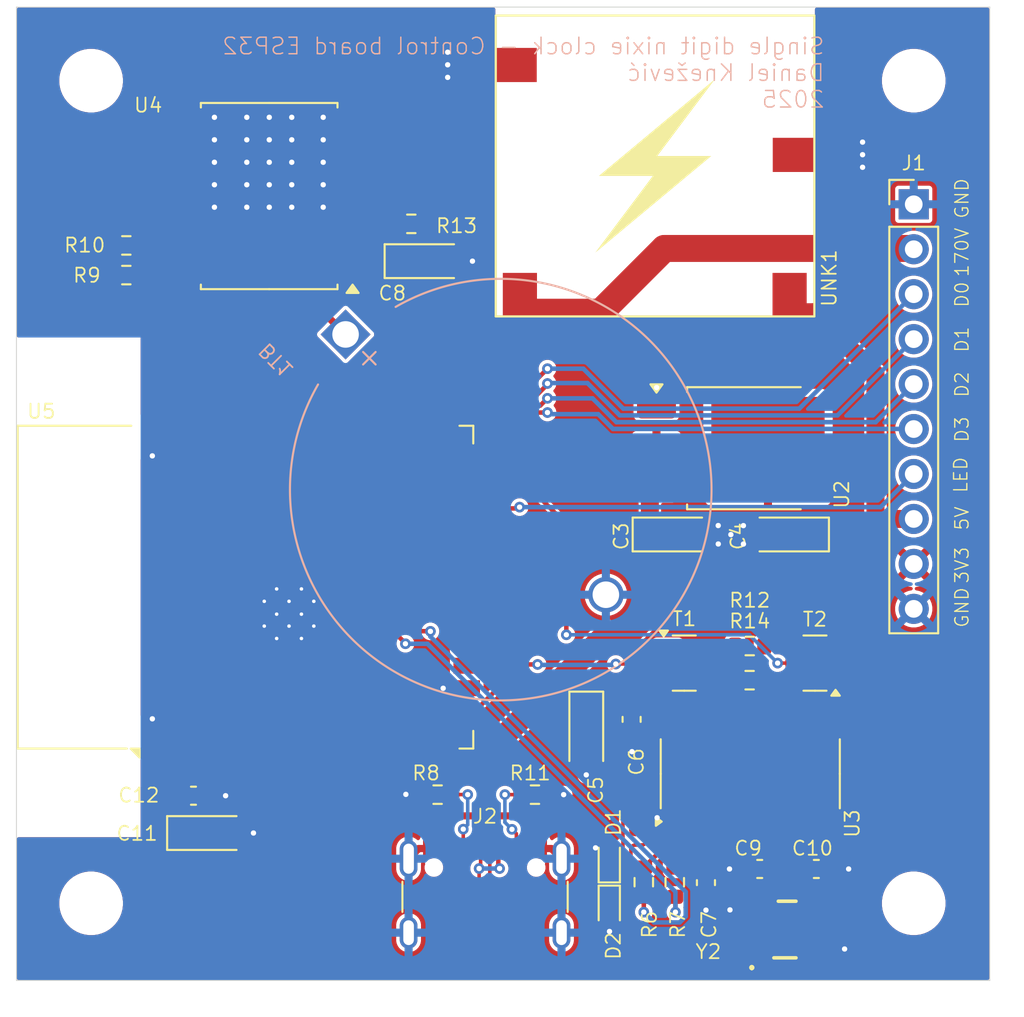
<source format=kicad_pcb>
(kicad_pcb (version 20241229) (generator "pcbnew") (generator_version "9.0")
  (layers (0 "F.Cu" signal) (2 "B.Cu" signal) (13 "F.Paste" user) (15 "B.Paste" user) (5 "F.SilkS" user "F.Silkscreen") (7 "B.SilkS" user "B.Silkscreen") (1 "F.Mask" user) (3 "B.Mask" user) (25 "Edge.Cuts" user))
  (net 0 "")
  (net 1 "GND")
  (net 2 "+5V")
  (net 3 "Net-(BT1-+)")
  (net 4 "/RGBLED")
  (net 5 "/D3")
  (net 6 "/D2")
  (net 7 "/D0")
  (net 8 "/D1")
  (net 9 "/IO0")
  (net 10 "/XI")
  (net 11 "/SCL")
  (net 12 "/XO")
  (net 13 "/D-")
  (net 14 "/SQW")
  (net 15 "/D+")
  (net 16 "VCC")
  (net 17 "+3V3")
  (net 18 "/SDA")
  (net 19 "Net-(J2-CC2)")
  (net 20 "Net-(U3-TXD)")
  (net 21 "Net-(U3-RXD)")
  (net 22 "Net-(T1-B)")
  (net 23 "Net-(T2-B)")
  (net 24 "Net-(T1-E)")
  (net 25 "/TX")
  (net 26 "/RX")
  (net 28 "/EN")
  (net 39 "Net-(J2-CC1)")
  (net 57 "Net-(T2-E)")
  (footprint "Capacitor_Tantalum_SMD:CP_EIA-3216-10_Kemet-I" (layer "F.Cu") (at 144.1275 91.8593)
    (property "Reference" "C8")
    (property "Value" "1u")
  )
  (footprint "Capacitor_Tantalum_SMD:CP_EIA-3216-10_Kemet-I" (layer "F.Cu") (at 153.2011 118.5036 -90)
    (property "Reference" "C5")
    (property "Value" "10u")
  )
  (footprint "Capacitor_SMD:C_0603_1608Metric" (layer "F.Cu") (at 155.7629 117.7504 -90)
    (property "Reference" "C6")
    (property "Value" "100n")
  )
  (footprint "Resistor_SMD:R_0603_1608Metric" (layer "F.Cu") (at 158.2011 126.9504 -90)
    (property "Reference" "R7")
    (property "Value" "470")
  )
  (footprint "Resistor_SMD:R_0603_1608Metric" (layer "F.Cu") (at 144.8011 122.0036 180)
    (property "Reference" "R8")
    (property "Value" "5k1")
  )
  (footprint "cristal:405I35D25M00000" (layer "F.Cu") (at 164.5507 129.6256)
    (property "Reference" "Y2")
    (property "Value" "12MHz" (hide yes))
  )
  (footprint "Resistor_SMD:R_0603_1608Metric" (layer "F.Cu") (at 156.4511 126.9504 -90)
    (property "Reference" "R6")
    (property "Value" "470")
  )
  (footprint "RF_Module:ESP32-WROOM-32D-no-keepout" (layer "F.Cu") (at 136.9355 110.2802 90)
    (property "Reference" "U5")
    (property "Value" "ESP32-WROOM-32D")
  )
  (footprint "Resistor_SMD:R_0603_1608Metric" (layer "F.Cu") (at 162.4375 113.606 180)
    (property "Reference" "R12")
    (property "Value" "12k")
  )
  (footprint "Resistor_SMD:R_0603_1608Metric" (layer "F.Cu") (at 150.3011 122.0036)
    (property "Reference" "R11")
    (property "Value" "5k1")
  )
  (footprint "Package_SO:SOIC-16W_7.5x10.3mm_P1.27mm" (layer "F.Cu") (at 135.2831 88.1806 180)
    (property "Reference" "U4")
    (property "Value" "DS3231M")
  )
  (footprint "Capacitor_SMD:C_0603_1608Metric" (layer "F.Cu") (at 131.0053 122.0642)
    (property "Reference" "C12")
    (property "Value" "100n")
  )
  (footprint "MountingHole:MountingHole_3.2mm_M3" (layer "F.Cu") (at 171.704 81.661)
    (property "Reference" "H1" (hide yes))
    (property "Value" "MountingHole")
  )
  (footprint "Resistor_SMD:R_0603_1608Metric" (layer "F.Cu") (at 143.3147 89.7511)
    (property "Reference" "R13")
    (property "Value" "4k7")
  )
  (footprint "MountingHole:MountingHole_3.2mm_M3" (layer "F.Cu") (at 125.222 128.143)
    (property "Reference" "H3" (hide yes))
    (property "Value" "MountingHole")
  )
  (footprint "Diode_SMD:D_SOD-523" (layer "F.Cu") (at 154.5011 128.4036 -90)
    (property "Reference" "D2")
    (property "Value" "ESD321")
  )
  (footprint "Package_TO_SOT_SMD:TO-252-3_TabPin2" (layer "F.Cu") (at 162.2077 102.4286)
    (property "Reference" "U2")
    (property "Value" "LM1117DT-3.3")
  )
  (footprint "Capacitor_SMD:C_0603_1608Metric" (layer "F.Cu") (at 159.9629 126.9754 90)
    (property "Reference" "C7")
    (property "Value" "100n")
  )
  (footprint "Resistor_SMD:R_0603_1608Metric" (layer "F.Cu") (at 127.2111 90.9703 180)
    (property "Reference" "R10")
    (property "Value" "4k7")
  )
  (footprint "Connector_PinHeader_2.54mm:PinHeader_1x10_P2.54mm_Vertical" (layer "F.Cu") (at 171.704 88.646)
    (property "Reference" "J1")
    (property "Value" "Conn_01x10_Pin")
  )
  (footprint "controlBoard:NCH8200HV" (layer "F.Cu") (at 157.1971 86.4896 180)
    (property "Reference" "UNK1")
    (property "Value" "NCH8200HV" (hide yes))
  )
  (footprint "Resistor_SMD:R_0603_1608Metric" (layer "F.Cu") (at 162.4309 115.5364)
    (property "Reference" "R14")
    (property "Value" "12k")
  )
  (footprint "Capacitor_Tantalum_SMD:CP_EIA-3216-10_Kemet-I" (layer "F.Cu") (at 131.8368 124.1724)
    (property "Reference" "C11")
    (property "Value" "10u")
  )
  (footprint "Capacitor_Tantalum_SMD:CP_EIA-3216-10_Kemet-I" (layer "F.Cu") (at 164.5927 107.3036 180)
    (property "Reference" "C4")
    (property "Value" "10u")
  )
  (footprint "Package_SO:SOIC-16_3.9x9.9mm_P1.27mm" (layer "F.Cu") (at 162.4679 120.8254 90)
    (property "Reference" "U3")
    (property "Value" "CH340G")
  )
  (footprint "Capacitor_SMD:C_0603_1608Metric" (layer "F.Cu") (at 163.0011 126.2036 180)
    (property "Reference" "C9")
    (property "Value" "22p")
  )
  (footprint "Capacitor_Tantalum_SMD:CP_EIA-3216-10_Kemet-I" (layer "F.Cu") (at 158.1427 107.3036)
    (property "Reference" "C3")
    (property "Value" "10u")
  )
  (footprint "MountingHole:MountingHole_3.2mm_M3" (layer "F.Cu") (at 125.222 81.661)
    (property "Reference" "H2" (hide yes))
    (property "Value" "MountingHole")
  )
  (footprint "Connector_USB:USB_C_Receptacle_GCT_USB4105-xx-A_16P_TopMnt_Horizontal" (layer "F.Cu") (at 147.4811 128.7286)
    (property "Reference" "J2")
    (property "Value" "USB_C_Receptacle_USB2.0_14P")
  )
  (footprint "Capacitor_SMD:C_0603_1608Metric" (layer "F.Cu") (at 166.2011 126.2036)
    (property "Reference" "C10")
    (property "Value" "22p")
  )
  (footprint "Package_TO_SOT_SMD:SOT-23" (layer "F.Cu") (at 166.1238 114.5712 180)
    (property "Reference" "T2")
    (property "Value" "BC847")
  )
  (footprint "Package_TO_SOT_SMD:SOT-23" (layer "F.Cu") (at 158.737 114.5712)
    (property "Reference" "T1")
    (property "Value" "BC847")
  )
  (footprint "MountingHole:MountingHole_3.2mm_M3" (layer "F.Cu") (at 171.704 128.143)
    (property "Reference" "H4" (hide yes))
    (property "Value" "MountingHole")
  )
  (footprint "Diode_SMD:D_SOD-523" (layer "F.Cu") (at 154.5011 125.7036 90)
    (property "Reference" "D1")
    (property "Value" "ESD321")
  )
  (footprint "Resistor_SMD:R_0603_1608Metric" (layer "F.Cu") (at 127.2111 92.6467 180)
    (property "Reference" "R9")
    (property "Value" "4k7")
  )
  (footprint "Battery:BatteryHolder_MYOUNG_BS-07-A1BJ001_CR2032" (layer "B.Cu") (at 139.6 96 -45)
    (property "Reference" "BT1")
    (property "Value" "Battery_Cell")
  )
  (gr_line (start 121.0011 77.5036) (end 121.0011 132.5036) (stroke (width 0.05)) (layer "Edge.Cuts"))
  (gr_line (start 176.0011 132.5036) (end 176.0011 77.5036) (stroke (width 0.05)) (layer "Edge.Cuts"))
  (gr_line (start 176.0011 77.5036) (end 121.0011 77.5036) (stroke (width 0.05)) (layer "Edge.Cuts"))
  (gr_line (start 121.0011 132.5036) (end 176.0011 132.5036) (stroke (width 0.05)) (layer "Edge.Cuts"))
  (gr_text "170V" (at 173.99 89.916 90) (layer "F.SilkS") (effects (font (size 0.75 0.75) (thickness 0.075)) (justify right top)))
  (gr_text "3V3" (at 173.99 107.95 90) (layer "F.SilkS") (effects (font (size 0.75 0.75) (thickness 0.075)) (justify right top)))
  (gr_text "LED" (at 173.9211 102.87 90) (layer "F.SilkS") (effects (font (size 0.75 0.75) (thickness 0.075)) (justify right top)))
  (gr_text "5V" (at 173.99 105.664 90) (layer "F.SilkS") (effects (font (size 0.75 0.75) (thickness 0.075)) (justify right top)))
  (gr_text "D3" (at 173.99 100.584 90) (layer "F.SilkS") (effects (font (size 0.75 0.75) (thickness 0.075)) (justify right top)))
  (gr_text "GND" (at 173.99 87.122 90) (layer "F.SilkS") (effects (font (size 0.75 0.75) (thickness 0.075)) (justify right top)))
  (gr_text "D2" (at 173.99 98.044 90) (layer "F.SilkS") (effects (font (size 0.75 0.75) (thickness 0.075)) (justify right top)))
  (gr_text "D1" (at 173.99 95.504 90) (layer "F.SilkS") (effects (font (size 0.75 0.75) (thickness 0.075)) (justify right top)))
  (gr_text "D0" (at 173.99 92.964 90) (layer "F.SilkS") (effects (font (size 0.75 0.75) (thickness 0.075)) (justify right top)))
  (gr_text "GND" (at 173.99 110.236 90) (layer "F.SilkS") (effects (font (size 0.75 0.75) (thickness 0.075)) (justify right top)))
  (gr_text "Single digit nixie clock - Control board ESP32\nDaniel Knežević\n2025" (at 166.7211 79.1636 0) (layer "B.SilkS") (effects (font (size 0.93472 0.93472) (thickness 0.08128)) (justify left top mirror)))
  (segment (start 166.4507 130.7256) (end 167.7969 130.7256) (width 0.6096) (layer "F.Cu") (net 1))
  (segment (start 162.2261 126.2036) (end 161.2953 126.2036) (width 0.6096) (layer "F.Cu") (net 1))
  (segment (start 158.0229 123.3004) (end 157.2135 123.3004) (width 0.6096) (layer "F.Cu") (net 1))
  (segment (start 143.7361 125.0486) (end 143.1611 125.6236) (width 0.4064) (layer "F.Cu") (net 1))
  (segment (start 143.9761 122.0036) (end 143.0221 122.0036) (width 0.6096) (layer "F.Cu") (net 1))
  (segment (start 157.1677 100.1486) (end 157.1677 99.01) (width 0.6096) (layer "F.Cu") (net 1))
  (segment (start 151.2261 125.0486) (end 151.8011 125.6236) (width 0.4064) (layer "F.Cu") (net 1))
  (segment (start 159.9737 128.5412) (end 159.9629 128.5304) (width 0.6096) (layer "F.Cu") (net 1))
  (segment (start 155.7629 118.5254) (end 155.7629 119.5552) (width 0.6096) (layer "F.Cu") (net 1))
  (segment (start 143.0221 122.0036) (end 143.0065 121.988) (width 0.6096) (layer "F.Cu") (net 1))
  (segment (start 162.6507 128.5256) (end 161.4567 128.5256) (width 0.6096) (layer "F.Cu") (net 1))
  (segment (start 128.6855 101.5302) (end 128.6855 102.8572) (width 0.6096) (layer "F.Cu") (net 1))
  (segment (start 153.7323 125.0036) (end 153.7253 125.0106) (width 0.6096) (layer "F.Cu") (net 1))
  (segment (start 157.1677 99.01) (end 157.1767 99.001) (width 0.6096) (layer "F.Cu") (net 1))
  (segment (start 154.5011 129.7234) (end 154.5127 129.735) (width 0.6096) (layer "F.Cu") (net 1))
  (segment (start 128.6855 119.0302) (end 128.6855 117.7254) (width 0.6096) (layer "F.Cu") (net 1))
  (segment (start 133.1893 124.1724) (end 134.3959 124.1724) (width 0.6096) (layer "F.Cu") (net 1))
  (segment (start 159.9629 127.7504) (end 159.9629 128.5304) (width 0.6096) (layer "F.Cu") (net 1))
  (segment (start 153.2011 119.8536) (end 153.2011 120.8866) (width 0.6096) (layer "F.Cu") (net 1))
  (segment (start 145.4775 91.8593) (end 146.7691 91.8593) (width 0.6096) (layer "F.Cu") (net 1))
  (segment (start 131.7803 122.0642) (end 132.8211 122.0642) (width 0.6096) (layer "F.Cu") (net 1))
  (segment (start 155.7629 119.5552) (end 155.7827 119.575) (width 0.6096) (layer "F.Cu") (net 1))
  (segment (start 128.6855 102.8572) (end 128.6809 102.8618) (width 0.6096) (layer "F.Cu") (net 1))
  (segment (start 166.9129 126.1404) (end 166.9761 126.2036) (width 0.2) (layer "F.Cu") (net 1))
  (segment (start 150.6811 125.0486) (end 151.2261 125.0486) (width 0.4064) (layer "F.Cu") (net 1))
  (segment (start 154.5011 125.0036) (end 153.7323 125.0036) (width 0.6096) (layer "F.Cu") (net 1))
  (segment (start 154.5011 129.1036) (end 154.5011 129.7234) (width 0.6096) (layer "F.Cu") (net 1))
  (segment (start 151.1261 122.0036) (end 151.9219 122.0036) (width 0.6096) (layer "F.Cu") (net 1))
  (segment (start 145.1181 115.9902) (end 145.1147 115.9936) (width 0.6096) (layer "F.Cu") (net 1))
  (segment (start 153.1919 120.8958) (end 153.2011 120.8866) (width 0.6096) (layer "F.Cu") (net 1))
  (segment (start 168.0247 126.2036) (end 168.0255 126.2044) (width 0.2) (layer "F.Cu") (net 1))
  (segment (start 157.2135 123.3004) (end 157.2051 123.3088) (width 0.6096) (layer "F.Cu") (net 1))
  (segment (start 166.9761 126.2036) (end 168.0247 126.2036) (width 0.6096) (layer "F.Cu") (net 1))
  (segment (start 128.6855 117.7254) (end 128.6809 117.7208) (width 0.6096) (layer "F.Cu") (net 1))
  (segment (start 161.2953 126.2036) (end 161.2945 126.2044) (width 0.6096) (layer "F.Cu") (net 1))
  (segment (start 146.4455 115.9902) (end 145.1181 115.9902) (width 0.6096) (layer "F.Cu") (net 1))
  (segment (start 144.2811 125.0486) (end 143.7361 125.0486) (width 0.4064) (layer "F.Cu") (net 1))
  (via (at 135.2883 87.5413) (size 0.6) (drill 0.3) (layers "F.Cu" "B.Cu") (net 1))
  (via (at 162.0789 106.802) (size 0.6) (drill 0.3) (layers "F.Cu" "B.Cu") (net 1))
  (via (at 151.9219 122.0036) (size 0.6) (drill 0.3) (layers "F.Cu" "B.Cu") (net 1))
  (via (at 145.3687 81.475) (size 0.6) (drill 0.3) (layers "F.Cu" "B.Cu") (net 1))
  (via (at 168.8129 85.8438) (size 0.6) (drill 0.3) (layers "F.Cu" "B.Cu") (net 1))
  (via (at 128.6809 117.7208) (size 0.6) (drill 0.3) (layers "F.Cu" "B.Cu") (net 1))
  (via (at 160.6595 107.8402) (size 0.6) (drill 0.3) (layers "F.Cu" "B.Cu") (net 1))
  (via (at 135.2883 88.8113) (size 0.6) (drill 0.3) (layers "F.Cu" "B.Cu") (net 1))
  (via (at 138.3363 86.2713) (size 0.6) (drill 0.3) (layers "F.Cu" "B.Cu") (net 1))
  (via (at 134.3959 124.1724) (size 0.6) (drill 0.3) (layers "F.Cu" "B.Cu") (net 1))
  (via (at 143.0065 121.988) (size 0.6) (drill 0.3) (layers "F.Cu" "B.Cu") (net 1))
  (via (at 162.0819 107.8434) (size 0.6) (drill 0.3) (layers "F.Cu" "B.Cu") (net 1))
  (via (at 128.6809 102.8618) (size 0.6) (drill 0.3) (layers "F.Cu" "B.Cu") (net 1))
  (via (at 136.5583 87.5413) (size 0.6) (drill 0.3) (layers "F.Cu" "B.Cu") (net 1))
  (via (at 157.1767 99.001) (size 0.6) (drill 0.3) (layers "F.Cu" "B.Cu") (net 1))
  (via (at 145.1147 115.9936) (size 0.6) (drill 0.3) (layers "F.Cu" "B.Cu") (net 1))
  (via (at 157.2051 123.3088) (size 0.6) (drill 0.3) (layers "F.Cu" "B.Cu") (net 1))
  (via (at 145.3687 80.0526) (size 0.6) (drill 0.3) (layers "F.Cu" "B.Cu") (net 1))
  (via (at 155.7827 119.575) (size 0.6) (drill 0.3) (layers "F.Cu" "B.Cu") (net 1))
  (via (at 153.2011 120.8866) (size 0.6) (drill 0.3) (layers "F.Cu" "B.Cu") (net 1))
  (via (at 160.6565 106.7988) (size 0.6) (drill 0.3) (layers "F.Cu" "B.Cu") (net 1))
  (via (at 159.9629 128.5304) (size 0.6) (drill 0.3) (layers "F.Cu" "B.Cu") (net 1))
  (via (at 136.5583 83.7313) (size 0.6) (drill 0.3) (layers "F.Cu" "B.Cu") (net 1))
  (via (at 135.2883 86.2713) (size 0.6) (drill 0.3) (layers "F.Cu" "B.Cu") (net 1))
  (via (at 153.7253 125.0106) (size 0.6) (drill 0.3) (layers "F.Cu" "B.Cu") (net 1))
  (via (at 154.5127 129.735) (size 0.6) (drill 0.3) (layers "F.Cu" "B.Cu") (net 1))
  (via (at 134.0183 85.0013) (size 0.6) (drill 0.3) (layers "F.Cu" "B.Cu") (net 1))
  (via (at 161.2945 126.2044) (size 0.6) (drill 0.3) (layers "F.Cu" "B.Cu") (net 1))
  (via (at 167.7969 130.7256) (size 0.6) (drill 0.3) (layers "F.Cu" "B.Cu") (net 1))
  (via (at 135.2883 83.7313) (size 0.6) (drill 0.3) (layers "F.Cu" "B.Cu") (net 1))
  (via (at 136.5583 86.2713) (size 0.6) (drill 0.3) (layers "F.Cu" "B.Cu") (net 1))
  (via (at 132.1895 83.7313) (size 0.6) (drill 0.3) (layers "F.Cu" "B.Cu") (net 1))
  (via (at 132.1895 87.5413) (size 0.6) (drill 0.3) (layers "F.Cu" "B.Cu") (net 1))
  (via (at 168.8129 85.1326) (size 0.6) (drill 0.3) (layers "F.Cu" "B.Cu") (net 1))
  (via (at 138.3363 85.0013) (size 0.6) (drill 0.3) (layers "F.Cu" "B.Cu") (net 1))
  (via (at 138.3363 88.8113) (size 0.6) (drill 0.3) (layers "F.Cu" "B.Cu") (net 1))
  (via (at 145.3687 80.7638) (size 0.6) (drill 0.3) (layers "F.Cu" "B.Cu") (net 1))
  (via (at 134.0183 88.8113) (size 0.6) (drill 0.3) (layers "F.Cu" "B.Cu") (net 1))
  (via (at 161.3199 128.5158) (size 0.6) (drill 0.3) (layers "F.Cu" "B.Cu") (net 1))
  (via (at 136.5583 85.0013) (size 0.6) (drill 0.3) (layers "F.Cu" "B.Cu") (net 1))
  (via (at 161.3707 107.31) (size 0.6) (drill 0.3) (layers "F.Cu" "B.Cu") (net 1))
  (via (at 134.0183 87.5413) (size 0.6) (drill 0.3) (layers "F.Cu" "B.Cu") (net 1))
  (via (at 134.0183 86.2713) (size 0.6) (drill 0.3) (layers "F.Cu" "B.Cu") (net 1))
  (via (at 136.5583 88.8113) (size 0.6) (drill 0.3) (layers "F.Cu" "B.Cu") (net 1))
  (via (at 146.7691 91.8593) (size 0.6) (drill 0.3) (layers "F.Cu" "B.Cu") (net 1))
  (via (at 132.1895 88.8113) (size 0.6) (drill 0.3) (layers "F.Cu" "B.Cu") (net 1))
  (via (at 135.2883 85.0013) (size 0.6) (drill 0.3) (layers "F.Cu" "B.Cu") (net 1))
  (via (at 132.1895 86.2713) (size 0.6) (drill 0.3) (layers "F.Cu" "B.Cu") (net 1))
  (via (at 138.3363 87.5413) (size 0.6) (drill 0.3) (layers "F.Cu" "B.Cu") (net 1))
  (via (at 168.0255 126.2044) (size 0.6) (drill 0.3) (layers "F.Cu" "B.Cu") (net 1))
  (via (at 138.3363 83.7313) (size 0.6) (drill 0.3) (layers "F.Cu" "B.Cu") (net 1))
  (via (at 132.1895 85.0013) (size 0.6) (drill 0.3) (layers "F.Cu" "B.Cu") (net 1))
  (via (at 168.8129 86.555) (size 0.6) (drill 0.3) (layers "F.Cu" "B.Cu") (net 1))
  (via (at 134.0183 83.7313) (size 0.6) (drill 0.3) (layers "F.Cu" "B.Cu") (net 1))
  (via (at 132.8211 122.0642) (size 0.6) (drill 0.3) (layers "F.Cu" "B.Cu") (net 1))
  (segment (start 145.1 125.07) (end 145.1 123.6047) (width 0.4) (layer "F.Cu") (net 2))
  (segment (start 149.9 123.6025) (end 149.9 125.07) (width 0.4) (layer "F.Cu") (net 2))
  (segment (start 147.5011 123.0036) (end 147.5011 119.754) (width 0.8128) (layer "F.Cu") (net 2))
  (segment (start 155.8843 112.8694) (end 156.803583 111.950117) (width 1.016) (layer "F.Cu") (net 2))
  (segment (start 156.7927 107.3036) (end 156.7927 105.0836) (width 1.016) (layer "F.Cu") (net 2))
  (segment (start 169.5413 106.426) (end 169.5413 98.2438) (width 1.016) (layer "F.Cu") (net 2))
  (segment (start 156.803583 111.950117) (end 156.803583 110.5834) (width 1.016) (layer "F.Cu") (net 2))
  (segment (start 145.1 123.6047) (end 145.5011 123.2036) (width 0.4) (layer "F.Cu") (net 2))
  (segment (start 156.803583 110.5834) (end 166.0951 110.5834) (width 1.016) (layer "F.Cu") (net 2))
  (segment (start 156.7927 110.572517) (end 156.7927 107.3036) (width 1.016) (layer "F.Cu") (net 2))
  (segment (start 169.5413 98.2438) (end 166.0421 94.7446) (width 1.016) (layer "F.Cu") (net 2))
  (segment (start 169.5413 107.1372) (end 169.5413 106.426) (width 1.016) (layer "F.Cu") (net 2))
  (segment (start 147.5011 119.754) (end 154.3857 112.8694) (width 1.27) (layer "F.Cu") (net 2))
  (segment (start 149.8651 124.6296) (end 149.7651 124.6296) (width 0.254) (layer "F.Cu") (net 2))
  (segment (start 169.5413 106.426) (end 171.704 106.426) (width 1.016) (layer "F.Cu") (net 2))
  (segment (start 145.5011 123.2036) (end 149.5011 123.2036) (width 0.4) (layer "F.Cu") (net 2))
  (segment (start 154.3857 112.8694) (end 155.8843 112.8694) (width 1.016) (layer "F.Cu") (net 2))
  (segment (start 149.5011 123.2036) (end 149.9 123.6025) (width 0.4) (layer "F.Cu") (net 2))
  (segment (start 166.0951 110.5834) (end 169.5413 107.1372) (width 1.016) (layer "F.Cu") (net 2))
  (segment (start 166.0421 94.7446) (end 164.6901 94.7446) (width 1.016) (layer "F.Cu") (net 2))
  (segment (start 156.7927 110.572517) (end 156.803583 110.5834) (width 1.016) (layer "F.Cu") (net 2))
  (segment (start 156.7927 105.0836) (end 157.1677 104.7086) (width 0.2) (layer "F.Cu") (net 2))
  (segment (start 130.6331 90.0856) (end 133.6856 90.0856) (width 0.4064) (layer "F.Cu") (net 3))
  (segment (start 133.6856 90.0856) (end 139.6 96) (width 0.4064) (layer "F.Cu") (net 3))
  (segment (start 149.3599 105.8302) (end 149.4327 105.7574) (width 0.254) (layer "F.Cu") (net 4))
  (segment (start 146.4455 105.8302) (end 149.3599 105.8302) (width 0.254) (layer "F.Cu") (net 4))
  (via (at 149.4327 105.7574) (size 0.6) (drill 0.3) (layers "F.Cu" "B.Cu") (net 4))
  (segment (start 171.704 103.886) (end 169.8326 105.7574) (width 0.254) (layer "B.Cu") (net 4))
  (segment (start 169.8326 105.7574) (end 149.4327 105.7574) (width 0.254) (layer "B.Cu") (net 4))
  (segment (start 142.9303 100.413356) (end 142.6555 100.688156) (width 0.254) (layer "F.Cu") (net 5))
  (segment (start 142.6555 100.688156) (end 142.6555 101.5302) (width 0.254) (layer "F.Cu") (net 5))
  (segment (start 151.00697 100.413356) (end 142.9303 100.413356) (width 0.254) (layer "F.Cu") (net 5))
  (via (at 151.0075 100.413356) (size 0.6) (drill 0.3) (layers "F.Cu" "B.Cu") (net 5))
  (segment (start 171.704 101.346) (end 171.6958 101.3378) (width 0.254) (layer "B.Cu") (net 5))
  (segment (start 151.097214 100.5036) (end 151.00697 100.413356) (width 0.254) (layer "B.Cu") (net 5))
  (segment (start 171.6958 101.3378) (end 154.7066 101.3378) (width 0.254) (layer "B.Cu") (net 5))
  (segment (start 154.7066 101.3378) (end 153.8724 100.5036) (width 0.254) (layer "B.Cu") (net 5))
  (segment (start 153.8724 100.5036) (end 151.097214 100.5036) (width 0.254) (layer "B.Cu") (net 5))
  (segment (start 142.0413 100.017) (end 141.3855 100.6728) (width 0.254) (layer "F.Cu") (net 6))
  (segment (start 151.0075 99.6106) (end 150.6011 100.017) (width 0.254) (layer "F.Cu") (net 6))
  (segment (start 141.3855 100.6728) (end 141.3855 101.5302) (width 0.254) (layer "F.Cu") (net 6))
  (segment (start 150.6011 100.017) (end 142.0413 100.017) (width 0.254) (layer "F.Cu") (net 6))
  (via (at 151.0075 99.6106) (size 0.6) (drill 0.3) (layers "F.Cu" "B.Cu") (net 6))
  (segment (start 169.5542 100.9558) (end 171.704 98.806) (width 0.254) (layer "B.Cu") (net 6))
  (segment (start 153.55555 99.6106) (end 154.90075 100.9558) (width 0.254) (layer "B.Cu") (net 6))
  (segment (start 154.90075 100.9558) (end 169.5542 100.9558) (width 0.254) (layer "B.Cu") (net 6))
  (segment (start 151.0075 99.6106) (end 153.55555 99.6106) (width 0.254) (layer "B.Cu") (net 6))
  (segment (start 151.005653 98.0358) (end 150.9059 98.0358) (width 0.254) (layer "F.Cu") (net 7))
  (segment (start 151.0075 98.0358) (end 151.005653 98.0358) (width 0.2) (layer "F.Cu") (net 7))
  (segment (start 139.0187 99.255) (end 137.5755 100.6982) (width 0.254) (layer "F.Cu") (net 7))
  (segment (start 149.6867 99.255) (end 139.0187 99.255) (width 0.254) (layer "F.Cu") (net 7))
  (segment (start 150.9059 98.0358) (end 149.6867 99.255) (width 0.254) (layer "F.Cu") (net 7))
  (segment (start 137.5755 100.6982) (end 137.5755 101.5302) (width 0.254) (layer "F.Cu") (net 7))
  (via (at 151.0075 97.9342) (size 0.6) (drill 0.3) (layers "F.Cu" "B.Cu") (net 7))
  (segment (start 153.03145 97.9342) (end 155.28905 100.1918) (width 0.254) (layer "B.Cu") (net 7))
  (segment (start 155.28905 100.1918) (end 165.2382 100.1918) (width 0.254) (layer "B.Cu") (net 7))
  (segment (start 165.2382 100.1918) (end 171.704 93.726) (width 0.254) (layer "B.Cu") (net 7))
  (segment (start 151.0075 97.9342) (end 153.03145 97.9342) (width 0.254) (layer "B.Cu") (net 7))
  (segment (start 151.0075 98.8232) (end 151.0075 98.7724) (width 0.254) (layer "F.Cu") (net 8))
  (segment (start 139.9077 99.636) (end 150.1947 99.636) (width 0.254) (layer "F.Cu") (net 8))
  (segment (start 138.8455 101.5302) (end 138.8455 100.6982) (width 0.254) (layer "F.Cu") (net 8))
  (segment (start 138.8455 100.6982) (end 139.9077 99.636) (width 0.254) (layer "F.Cu") (net 8))
  (segment (start 150.1947 99.636) (end 151.0075 98.8232) (width 0.254) (layer "F.Cu") (net 8))
  (via (at 151.0075 98.7724) (size 0.6) (drill 0.3) (layers "F.Cu" "B.Cu") (net 8))
  (segment (start 155.0949 100.5738) (end 167.3962 100.5738) (width 0.254) (layer "B.Cu") (net 8))
  (segment (start 151.0075 98.7724) (end 151.0329 98.747) (width 0.254) (layer "B.Cu") (net 8))
  (segment (start 153.2681 98.747) (end 155.0949 100.5738) (width 0.254) (layer "B.Cu") (net 8))
  (segment (start 167.3962 100.5738) (end 171.704 96.266) (width 0.254) (layer "B.Cu") (net 8))
  (segment (start 151.0329 98.747) (end 153.2681 98.747) (width 0.254) (layer "B.Cu") (net 8))
  (segment (start 152.0743 112.971) (end 152.0743 106.7226) (width 0.254) (layer "F.Cu") (net 9))
  (segment (start 165.1863 114.5712) (end 164.0123 114.5712) (width 0.2) (layer "F.Cu") (net 9))
  (segment (start 152.0743 106.7226) (end 146.8819 101.5302) (width 0.254) (layer "F.Cu") (net 9))
  (segment (start 146.8819 101.5302) (end 145.1955 101.5302) (width 0.254) (layer "F.Cu") (net 9))
  (via (at 164.0123 114.5712) (size 0.6) (drill 0.3) (layers "F.Cu" "B.Cu") (net 9))
  (via (at 152.0743 112.971) (size 0.6) (drill 0.3) (layers "F.Cu" "B.Cu") (net 9))
  (segment (start 152.0743 112.971) (end 162.4121 112.971) (width 0.2) (layer "B.Cu") (net 9))
  (segment (start 162.4121 112.971) (end 164.0123 114.5712) (width 0.2) (layer "B.Cu") (net 9))
  (segment (start 162.6507 130.7256) (end 163.5551 130.7256) (width 0.254) (layer "F.Cu") (net 10))
  (segment (start 163.5551 130.7256) (end 164.5011 129.7796) (width 0.254) (layer "F.Cu") (net 10))
  (segment (start 163.8011 126.2036) (end 163.7761 126.2036) (width 0.2) (layer "F.Cu") (net 10))
  (segment (start 164.5011 126.9286) (end 163.7761 126.2036) (width 0.254) (layer "F.Cu") (net 10))
  (segment (start 164.5011 129.7796) (end 164.5011 126.9286) (width 0.254) (layer "F.Cu") (net 10))
  (segment (start 165.6429 124.3618) (end 163.8011 126.2036) (width 0.254) (layer "F.Cu") (net 10))
  (segment (start 165.6429 123.3004) (end 165.6429 124.3618) (width 0.2) (layer "F.Cu") (net 10))
  (segment (start 128.0361 92.6467) (end 130.612 92.6467) (width 0.254) (layer "F.Cu") (net 11))
  (segment (start 129.9555 92.6256) (end 130.6331 92.6256) (width 0.254) (layer "F.Cu") (net 11))
  (segment (start 129.9555 101.5302) (end 129.9555 92.6256) (width 0.254) (layer "F.Cu") (net 11))
  (segment (start 130.612 92.6467) (end 130.6331 92.6256) (width 0.254) (layer "F.Cu") (net 11))
  (segment (start 166.795 124.091) (end 166.795 123.357) (width 0.254) (layer "F.Cu") (net 12))
  (segment (start 165.4261 127.1612) (end 166.4129 128.148) (width 0.254) (layer "F.Cu") (net 12))
  (segment (start 166.9129 124.7168) (end 165.4261 126.2036) (width 0.254) (layer "F.Cu") (net 12))
  (segment (start 165.4261 126.2036) (end 165.4261 127.1612) (width 0.254) (layer "F.Cu") (net 12))
  (segment (start 166.9129 123.3004) (end 166.9129 124.7168) (width 0.254) (layer "F.Cu") (net 12))
  (segment (start 153.1079 126.8286) (end 153.551099 126.8286) (width 0.2) (layer "F.Cu") (net 13))
  (segment (start 153.551099 126.8286) (end 153.976099 126.4036) (width 0.2) (layer "F.Cu") (net 13))
  (segment (start 150.514202 127.416508) (end 150.514202 127.363306) (width 0.2) (layer "F.Cu") (net 13))
  (segment (start 147.7311 124.4336) (end 147.7311 125.0486) (width 0.2) (layer "F.Cu") (net 13))
  (segment (start 164.3729 122.8754) (end 164.3729 123.3004) (width 0.2) (layer "F.Cu") (net 13))
  (segment (start 147.001101 124.2036) (end 147.5011 124.2036) (width 0.2) (layer "F.Cu") (net 13))
  (segment (start 147.75 126.7843) (end 148.622208 127.656508) (width 0.2) (layer "F.Cu") (net 13))
  (segment (start 150.754202 127.123306) (end 150.874202 127.123306) (width 0.2) (layer "F.Cu") (net 13))
  (segment (start 151.474202 127.656508) (end 151.977967 127.656508) (width 0.2) (layer "F.Cu") (net 13))
  (segment (start 155.273704 123.212796) (end 155.425383 123.061117) (width 0.2) (layer "F.Cu") (net 13))
  (segment (start 148.622208 127.656508) (end 150.274202 127.656508) (width 0.2) (layer "F.Cu") (net 13))
  (segment (start 156.189061 122.297442) (end 156.273913 122.212588) (width 0.2) (layer "F.Cu") (net 13))
  (segment (start 155.425384 122.721705) (end 155.408628 122.704949) (width 0.2) (layer "F.Cu") (net 13))
  (segment (start 154.5011 126.4036) (end 155.164703 126.4036) (width 0.2) (layer "F.Cu") (net 13))
  (segment (start 151.114202 127.363306) (end 151.114202 127.416508) (width 0.2) (layer "F.Cu") (net 13))
  (segment (start 162.6761 121.1786) (end 164.3729 122.8754) (width 0.2) (layer "F.Cu") (net 13))
  (segment (start 152.279992 127.656508) (end 153.1079 126.8286) (width 0.2) (layer "F.Cu") (net 13))
  (segment (start 155.164703 126.4036) (end 155.273704 126.294599) (width 0.2) (layer "F.Cu") (net 13))
  (segment (start 147.75 125.07) (end 147.75 126.7843) (width 0.2) (layer "F.Cu") (net 13))
  (segment (start 147.5011 124.2036) (end 147.7311 124.4336) (width 0.2) (layer "F.Cu") (net 13))
  (segment (start 156.273913 122.212588) (end 156.733532 121.752967) (width 0.2) (layer "F.Cu") (net 13))
  (segment (start 155.273704 126.294599) (end 155.273704 123.212796) (width 0.2) (layer "F.Cu") (net 13))
  (segment (start 157.3079 121.1786) (end 162.6761 121.1786) (width 0.2) (layer "F.Cu") (net 13))
  (segment (start 151.354202 127.656508) (end 151.474202 127.656508) (width 0.2) (layer "F.Cu") (net 13))
  (segment (start 155.832892 122.280686) (end 155.849649 122.297443) (width 0.2) (layer "F.Cu") (net 13))
  (segment (start 155.408627 122.365539) (end 155.493482 122.280685) (width 0.2) (layer "F.Cu") (net 13))
  (segment (start 146.7311 125.0486) (end 146.7311 124.473601) (width 0.2) (layer "F.Cu") (net 13))
  (segment (start 146.7311 124.473601) (end 147.001101 124.2036) (width 0.2) (layer "F.Cu") (net 13))
  (segment (start 153.976099 126.4036) (end 154.5011 126.4036) (width 0.2) (layer "F.Cu") (net 13))
  (segment (start 151.977967 127.656508) (end 152.279992 127.656508) (width 0.2) (layer "F.Cu") (net 13))
  (segment (start 156.830677 121.655823) (end 157.3079 121.1786) (width 0.2) (layer "F.Cu") (net 13))
  (segment (start 156.733532 121.752967) (end 156.830677 121.655823) (width 0.2) (layer "F.Cu") (net 13))
  (arc (start 155.425383 123.061117) (mid 155.495678 122.891411) (end 155.425384 122.721705) (width 0.2) (layer "F.Cu") (net 13))
  (arc (start 155.849649 122.297443) (mid 156.019354 122.367738) (end 156.189061 122.297442) (width 0.2) (layer "F.Cu") (net 13))
  (arc (start 151.114202 127.416508) (mid 151.184496 127.586214) (end 151.354202 127.656508) (width 0.2) (layer "F.Cu") (net 13))
  (arc (start 150.274202 127.656508) (mid 150.443908 127.586214) (end 150.514202 127.416508) (width 0.2) (layer "F.Cu") (net 13))
  (arc (start 150.514202 127.363306) (mid 150.584496 127.1936) (end 150.754202 127.123306) (width 0.2) (layer "F.Cu") (net 13))
  (arc (start 155.493482 122.280685) (mid 155.663187 122.210391) (end 155.832892 122.280686) (width 0.2) (layer "F.Cu") (net 13))
  (arc (start 155.408628 122.704949) (mid 155.338334 122.535243) (end 155.408627 122.365539) (width 0.2) (layer "F.Cu") (net 13))
  (arc (start 150.874202 127.123306) (mid 151.043908 127.1936) (end 151.114202 127.363306) (width 0.2) (layer "F.Cu") (net 13))
  (segment (start 137.9347 91.059) (end 137.3169 91.676801) (width 0.254) (layer "F.Cu") (net 14))
  (segment (start 135.0355 100.4026) (end 135.0355 101.5302) (width 0.254) (layer "F.Cu") (net 14))
  (segment (start 139.9331 90.0856) (end 142.1552 90.0856) (width 0.254) (layer "F.Cu") (net 14))
  (segment (start 139.594676 97.8834) (end 141.342214 96.135862) (width 0.254) (layer "F.Cu") (net 14))
  (segment (start 141.342214 96.135862) (end 141.342214 95.702115) (width 0.254) (layer "F.Cu") (net 14))
  (segment (start 135.0309 100.398) (end 135.0355 100.4026) (width 0.254) (layer "F.Cu") (net 14))
  (segment (start 139.9331 90.0856) (end 138.908101 90.0856) (width 0.254) (layer "F.Cu") (net 14))
  (segment (start 137.5455 97.8834) (end 135.0309 100.398) (width 0.254) (layer "F.Cu") (net 14))
  (segment (start 138.908101 90.0856) (end 137.9347 91.059) (width 0.254) (layer "F.Cu") (net 14))
  (segment (start 141.342214 95.702115) (end 137.3169 91.676801) (width 0.254) (layer "F.Cu") (net 14))
  (segment (start 142.1552 90.0856) (end 142.4897 89.7511) (width 0.254) (layer "F.Cu") (net 14))
  (segment (start 137.5455 97.8834) (end 139.594676 97.8834) (width 0.254) (layer "F.Cu") (net 14))
  (segment (start 147.0705 126.1028) (end 146.9943 126.1028) (width 0.2) (layer "F.Cu") (net 15))
  (segment (start 147.1467 126.179) (end 147.0705 126.1028) (width 0.2) (layer "F.Cu") (net 15))
  (segment (start 150.846637 128.346508) (end 150.846637 128.503005) (width 0.2) (layer "F.Cu") (net 15))
  (segment (start 150.006637 128.106508) (end 149.886637 128.106508) (width 0.2) (layer "F.Cu") (net 15))
  (segment (start 154.5011 127.7036) (end 155.723704 126.480996) (width 0.2) (layer "F.Cu") (net 15))
  (segment (start 148.3024 126.1409) (end 148.2311 126.0696) (width 0.254) (layer "F.Cu") (net 15))
  (segment (start 147.1467 126.179) (end 147.1467 126.0266) (width 0.254) (layer "F.Cu") (net 15))
  (segment (start 150.606637 128.743005) (end 150.486637 128.743005) (width 0.2) (layer "F.Cu") (net 15))
  (segment (start 148.2311 126.0696) (end 148.2311 125.0486) (width 0.254) (layer "F.Cu") (net 15))
  (segment (start 155.723704 124.011214) (end 155.723704 123.891214) (width 0.2) (layer "F.Cu") (net 15))
  (segment (start 148.435808 128.106508) (end 147.1467 126.8174) (width 0.2) (layer "F.Cu") (net 15))
  (segment (start 148.3024 126.179) (end 148.3024 126.1409) (width 0.254) (layer "F.Cu") (net 15))
  (segment (start 157.4943 121.6286) (end 162.4261 121.6286) (width 0.2) (layer "F.Cu") (net 15))
  (segment (start 153.976099 127.7036) (end 153.551099 127.2786) (width 0.2) (layer "F.Cu") (net 15))
  (segment (start 156.580319 124.611214) (end 156.580319 124.491214) (width 0.2) (layer "F.Cu") (net 15))
  (segment (start 156.340319 124.251214) (end 155.963704 124.251214) (width 0.2) (layer "F.Cu") (net 15))
  (segment (start 155.723704 126.480996) (end 155.723704 125.091214) (width 0.2) (layer "F.Cu") (net 15))
  (segment (start 155.963704 124.851214) (end 156.340319 124.851214) (width 0.2) (layer "F.Cu") (net 15))
  (segment (start 162.4261 121.6286) (end 163.1029 122.3054) (width 0.2) (layer "F.Cu") (net 15))
  (segment (start 155.723704 123.399196) (end 156.679537 122.443363) (width 0.2) (layer "F.Cu") (net 15))
  (segment (start 152.466392 128.106508) (end 151.086637 128.106508) (width 0.2) (layer "F.Cu") (net 15))
  (segment (start 153.2943 127.2786) (end 152.466392 128.106508) (width 0.2) (layer "F.Cu") (net 15))
  (segment (start 150.246637 128.503005) (end 150.246637 128.346508) (width 0.2) (layer "F.Cu") (net 15))
  (segment (start 153.551099 127.2786) (end 153.2943 127.2786) (width 0.2) (layer "F.Cu") (net 15))
  (segment (start 154.5011 127.7036) (end 153.976099 127.7036) (width 0.2) (layer "F.Cu") (net 15))
  (segment (start 156.679537 122.443363) (end 157.4943 121.6286) (width 0.2) (layer "F.Cu") (net 15))
  (segment (start 149.226565 128.106508) (end 148.435808 128.106508) (width 0.2) (layer "F.Cu") (net 15))
  (segment (start 155.723704 123.891214) (end 155.723704 123.399196) (width 0.2) (layer "F.Cu") (net 15))
  (segment (start 147.1467 126.179) (end 147.079701 126.112001) (width 0.2) (layer "F.Cu") (net 15))
  (segment (start 147.2311 125.9422) (end 147.2311 125.0486) (width 0.2) (layer "F.Cu") (net 15))
  (segment (start 163.1029 122.3054) (end 163.1029 123.3004) (width 0.2) (layer "F.Cu") (net 15))
  (segment (start 147.079701 126.112001) (end 147.079701 126.1028) (width 0.2) (layer "F.Cu") (net 15))
  (segment (start 149.886637 128.106508) (end 149.226565 128.106508) (width 0.2) (layer "F.Cu") (net 15))
  (segment (start 147.1467 126.8174) (end 147.1467 126.085801) (width 0.2) (layer "F.Cu") (net 15))
  (via (at 147.1467 126.179) (size 0.6) (drill 0.3) (layers "F.Cu" "B.Cu") (net 15))
  (via (at 148.3024 126.179) (size 0.6) (drill 0.3) (layers "F.Cu" "B.Cu") (net 15))
  (arc (start 156.580319 124.491214) (mid 156.510025 124.321508) (end 156.340319 124.251214) (width 0.2) (layer "F.Cu") (net 15))
  (arc (start 155.963704 124.251214) (mid 155.793998 124.18092) (end 155.723704 124.011214) (width 0.2) (layer "F.Cu") (net 15))
  (arc (start 150.486637 128.743005) (mid 150.316931 128.672711) (end 150.246637 128.503005) (width 0.2) (layer "F.Cu") (net 15))
  (arc (start 151.086637 128.106508) (mid 150.916931 128.176802) (end 150.846637 128.346508) (width 0.2) (layer "F.Cu") (net 15))
  (arc (start 150.846637 128.503005) (mid 150.776343 128.672711) (end 150.606637 128.743005) (width 0.2) (layer "F.Cu") (net 15))
  (arc (start 155.723704 125.091214) (mid 155.793998 124.921508) (end 155.963704 124.851214) (width 0.2) (layer "F.Cu") (net 15))
  (arc (start 150.246637 128.346508) (mid 150.176343 128.176802) (end 150.006637 128.106508) (width 0.2) (layer "F.Cu") (net 15))
  (arc (start 156.340319 124.851214) (mid 156.510025 124.78092) (end 156.580319 124.611214) (width 0.2) (layer "F.Cu") (net 15))
  (segment (start 147.1467 126.179) (end 148.3024 126.179) (width 0.254) (layer "B.Cu") (net 15))
  (segment (start 157.6131 91.1416) (end 171.6596 91.1416) (width 1.524) (layer "F.Cu") (net 16))
  (segment (start 154.0101 94.7446) (end 157.6131 91.1416) (width 1.524) (layer "F.Cu") (net 16))
  (segment (start 171.6596 91.1416) (end 171.704 91.186) (width 1.524) (layer "F.Cu") (net 16))
  (segment (start 149.4501 94.7446) (end 154.0101 94.7446) (width 1.524) (layer "F.Cu") (net 16))
  (segment (start 161.8011 125.0036) (end 160.7964 125.0036) (width 0.254) (layer "F.Cu") (net 17))
  (segment (start 165.9427 104.7536) (end 165.1427 103.9536) (width 0.2) (layer "F.Cu") (net 17))
  (segment (start 161.8011 125.0036) (end 161.8329 124.9718) (width 0.254) (layer "F.Cu") (net 17))
  (segment (start 161.8329 124.9718) (end 161.8329 123.4749) (width 0.254) (layer "F.Cu") (net 17))
  (segment (start 160.064 125.736) (end 160.064 126.162) (width 0.254) (layer "F.Cu") (net 17))
  (segment (start 160.7964 125.0036) (end 160.064 125.736) (width 0.254) (layer "F.Cu") (net 17))
  (segment (start 128.4214 91.3556) (end 128.0361 90.9703) (width 0.254) (layer "F.Cu") (net 18))
  (segment (start 131.658099 91.3556) (end 131.9385 91.636001) (width 0.254) (layer "F.Cu") (net 18))
  (segment (start 130.6331 91.3556) (end 128.4214 91.3556) (width 0.254) (layer "F.Cu") (net 18))
  (segment (start 131.9385 91.636001) (end 131.9385 93.5082) (width 0.254) (layer "F.Cu") (net 18))
  (segment (start 131.2209 94.2258) (end 131.2255 94.2304) (width 0.254) (layer "F.Cu") (net 18))
  (segment (start 131.2255 94.2304) (end 131.2255 101.5302) (width 0.254) (layer "F.Cu") (net 18))
  (segment (start 130.6331 91.3556) (end 131.658099 91.3556) (width 0.254) (layer "F.Cu") (net 18))
  (segment (start 131.9385 93.5082) (end 131.2209 94.2258) (width 0.254) (layer "F.Cu") (net 18))
  (segment (start 149.0011 123.9636) (end 149.25 124.2125) (width 0.2) (layer "F.Cu") (net 19))
  (segment (start 148.6022 122.0036) (end 149.4797 122.0036) (width 0.2) (layer "F.Cu") (net 19))
  (segment (start 149.25 124.2125) (end 149.25 125.07) (width 0.2) (layer "F.Cu") (net 19))
  (segment (start 149.4797 122.0036) (end 149.5511 122.075) (width 0.2) (layer "F.Cu") (net 19))
  (via (at 149.0011 123.9636) (size 0.6) (drill 0.3) (layers "F.Cu" "B.Cu") (net 19))
  (via (at 148.6022 122.0036) (size 0.6) (drill 0.3) (layers "F.Cu" "B.Cu") (net 19))
  (segment (start 148.6022 122.0036) (end 148.6022 123.5647) (width 0.2) (layer "B.Cu") (net 19))
  (segment (start 148.6022 123.5647) (end 149.0011 123.9636) (width 0.2) (layer "B.Cu") (net 19))
  (segment (start 158.978 124.638) (end 157.9385 124.638) (width 0.254) (layer "F.Cu") (net 20))
  (segment (start 159.2929 123.4749) (end 159.2929 124.3231) (width 0.254) (layer "F.Cu") (net 20))
  (segment (start 157.9385 124.638) (end 156.4511 126.1254) (width 0.254) (layer "F.Cu") (net 20))
  (segment (start 159.2929 124.3231) (end 158.978 124.638) (width 0.254) (layer "F.Cu") (net 20))
  (segment (start 158.7782 125.146) (end 158.2702 125.654) (width 0.254) (layer "F.Cu") (net 21))
  (segment (start 158.2702 125.654) (end 158.2702 126.162) (width 0.254) (layer "F.Cu") (net 21))
  (segment (start 160.5629 124.4371) (end 159.854 125.146) (width 0.254) (layer "F.Cu") (net 21))
  (segment (start 160.5629 123.4749) (end 160.5629 124.4371) (width 0.254) (layer "F.Cu") (net 21))
  (segment (start 159.854 125.146) (end 158.7782 125.146) (width 0.254) (layer "F.Cu") (net 21))
  (segment (start 157.8147 113.6568) (end 157.7995 113.672) (width 0.2) (layer "F.Cu") (net 22))
  (segment (start 161.5551 113.6568) (end 157.8147 113.6568) (width 0.2) (layer "F.Cu") (net 22))
  (segment (start 167.0613 115.5212) (end 163.2965 115.5212) (width 0.2) (layer "F.Cu") (net 23))
  (segment (start 163.2965 115.5212) (end 163.2559 115.5618) (width 0.2) (layer "F.Cu") (net 23))
  (segment (start 160.5833 115.572) (end 161.5957 115.572) (width 0.2) (layer "F.Cu") (net 24))
  (segment (start 160.5629 118.3504) (end 160.5629 115.5924) (width 0.2) (layer "F.Cu") (net 24))
  (segment (start 161.5957 115.572) (end 161.6059 115.5618) (width 0.2) (layer "F.Cu") (net 24))
  (segment (start 157.7995 115.572) (end 160.5833 115.572) (width 0.2) (layer "F.Cu") (net 24))
  (segment (start 160.5629 115.5924) (end 160.5833 115.572) (width 0.2) (layer "F.Cu") (net 24))
  (segment (start 158.0011 127.8929) (end 158.032 127.862) (width 0.254) (layer "F.Cu") (net 25))
  (segment (start 132.4955 101.5302) (end 132.4955 102.968) (width 0.254) (layer "F.Cu") (net 25))
  (segment (start 158.2393 128.6428) (end 158.2393 127.8929) (width 0.254) (layer "F.Cu") (net 25))
  (segment (start 132.4955 102.968) (end 142.9557 113.4282) (width 0.254) (layer "F.Cu") (net 25))
  (via (at 142.9811 113.479) (size 0.6) (drill 0.3) (layers "F.Cu" "B.Cu") (net 25))
  (via (at 158.2393 128.6428) (size 0.6) (drill 0.3) (layers "F.Cu" "B.Cu") (net 25))
  (segment (start 158.2393 127.4926) (end 144.2257 113.479) (width 0.254) (layer "B.Cu") (net 25))
  (segment (start 158.2393 128.6428) (end 158.2393 127.4926) (width 0.254) (layer "B.Cu") (net 25))
  (segment (start 144.2257 113.479) (end 142.9811 113.479) (width 0.254) (layer "B.Cu") (net 25))
  (segment (start 144.3854 112.7678) (end 142.87145 112.7678) (width 0.254) (layer "F.Cu") (net 26))
  (segment (start 133.7655 103.66185) (end 133.7655 101.5302) (width 0.254) (layer "F.Cu") (net 26))
  (segment (start 144.39445 112.77685) (end 144.3854 112.7678) (width 0.254) (layer "F.Cu") (net 26))
  (segment (start 142.87145 112.7678) (end 133.7655 103.66185) (width 0.254) (layer "F.Cu") (net 26))
  (segment (start 156.4511 128.6428) (end 156.4511 128.0749) (width 0.254) (layer "F.Cu") (net 26))
  (via (at 144.39445 112.77685) (size 0.6) (drill 0.3) (layers "F.Cu" "B.Cu") (net 26))
  (via (at 156.4511 128.6428) (size 0.6) (drill 0.3) (layers "F.Cu" "B.Cu") (net 26))
  (segment (start 158.8197 127.49685) (end 158.8197 128.88321) (width 0.254) (layer "B.Cu") (net 26))
  (segment (start 144.39445 112.77685) (end 144.39445 113.0716) (width 0.254) (layer "B.Cu") (net 26))
  (segment (start 144.39445 113.0716) (end 158.8197 127.49685) (width 0.254) (layer "B.Cu") (net 26))
  (segment (start 158.47971 129.2232) (end 157.0315 129.2232) (width 0.254) (layer "B.Cu") (net 26))
  (segment (start 157.0315 129.2232) (end 156.4511 128.6428) (width 0.254) (layer "B.Cu") (net 26))
  (segment (start 158.8197 128.88321) (end 158.47971 129.2232) (width 0.254) (layer "B.Cu") (net 26))
  (segment (start 154.8683 114.622) (end 159.6745 114.622) (width 0.2) (layer "F.Cu") (net 28))
  (segment (start 150.4487 114.6474) (end 149.5491 114.6474) (width 0.254) (layer "F.Cu") (net 28))
  (segment (start 149.5491 114.6474) (end 146.9583 117.2382) (width 0.254) (layer "F.Cu") (net 28))
  (segment (start 131.2255 118.0262) (end 131.2255 119.0302) (width 0.254) (layer "F.Cu") (net 28))
  (segment (start 146.9583 117.2382) (end 132.0135 117.2382) (width 0.254) (layer "F.Cu") (net 28))
  (segment (start 132.0135 117.2382) (end 131.2255 118.0262) (width 0.254) (layer "F.Cu") (net 28))
  (via (at 154.8683 114.622) (size 0.6) (drill 0.3) (layers "F.Cu" "B.Cu") (net 28))
  (via (at 150.4487 114.6474) (size 0.6) (drill 0.3) (layers "F.Cu" "B.Cu") (net 28))
  (segment (start 150.4741 114.6728) (end 154.8175 114.6728) (width 0.254) (layer "B.Cu") (net 28))
  (segment (start 154.8175 114.6728) (end 154.8683 114.622) (width 0.254) (layer "B.Cu") (net 28))
  (segment (start 150.4487 114.6474) (end 150.4741 114.6728) (width 0.254) (layer "B.Cu") (net 28))
  (segment (start 145.3297 122) (end 145.3261 122.0036) (width 0.2) (layer "F.Cu") (net 39))
  (segment (start 146.25 125.07) (end 146.25 123.9536) (width 0.2) (layer "F.Cu") (net 39))
  (segment (start 146.5011 122) (end 145.3297 122) (width 0.2) (layer "F.Cu") (net 39))
  (via (at 146.25 123.9536) (size 0.6) (drill 0.3) (layers "F.Cu" "B.Cu") (net 39))
  (via (at 146.5011 122) (size 0.6) (drill 0.3) (layers "F.Cu" "B.Cu") (net 39))
  (segment (start 146.5011 123.7025) (end 146.25 123.9536) (width 0.2) (layer "B.Cu") (net 39))
  (segment (start 146.5011 122) (end 146.5011 123.7025) (width 0.2) (layer "B.Cu") (net 39))
  (segment (start 163.2407 113.6212) (end 163.2051 113.6568) (width 0.2) (layer "F.Cu") (net 57))
  (segment (start 167.0613 113.6212) (end 163.2407 113.6212) (width 0.2) (layer "F.Cu") (net 57))
  (segment (start 161.8329 118.3504) (end 161.8329 116.799746) (width 0.2) (layer "F.Cu") (net 57))
  (segment (start 162.4629 116.169746) (end 162.4629 114.399) (width 0.2) (layer "F.Cu") (net 57))
  (segment (start 162.4629 114.399) (end 163.2051 113.6568) (width 0.2) (layer "F.Cu") (net 57))
  (segment (start 161.8329 116.799746) (end 162.4629 116.169746) (width 0.2) (layer "F.Cu") (net 57))
  (zone (net 1) (net_name "GND") (layer "F.Cu") (priority 7) (connect_pads yes (clearance 0)) (min_thickness 0.2) (fill yes (thermal_gap 0.5) (thermal_bridge_width 0.5))
    (polygon (pts (xy 166.1205 87.0122) (xy 169.4479 87.0122) (xy 169.4479 84.6754) (xy 166.1205 84.6754)))
  )
  (zone (net 1) (net_name "GND") (layer "F.Cu") (priority 7) (connect_pads yes (clearance 0)) (min_thickness 0.2) (fill yes (thermal_gap 0.5) (thermal_bridge_width 0.5))
    (polygon (pts (xy 158.5767 108.272) (xy 164.2155 108.272) (xy 164.2155 106.3416) (xy 158.5767 106.3416)))
  )
  (zone (net 1) (net_name "GND") (layer "F.Cu") (priority 7) (connect_pads yes (clearance 0.2)) (min_thickness 0.25) (fill yes (thermal_gap 0.5) (thermal_bridge_width 0.5))
    (polygon (pts (xy 129.3447 89.2685) (xy 141.3589 89.2685) (xy 141.3589 83.2233) (xy 129.3447 83.2233)))
  )
  (zone (net 1) (net_name "GND") (layer "F.Cu") (priority 7) (connect_pads yes (clearance 0)) (min_thickness 0.2) (fill yes (thermal_gap 0.5) (thermal_bridge_width 0.5))
    (polygon (pts (xy 148.0611 79.5954) (xy 144.7337 79.5954) (xy 144.7337 81.9322) (xy 148.0611 81.9322)))
  )
  (zone (net 17) (net_name "+3V3") (layer "F.Cu") (priority 6) (connect_pads (clearance 0.2)) (min_thickness 0.2) (fill yes (thermal_gap 0.4564) (thermal_bridge_width 0.4564))
    (polygon (pts (xy 176.4023 132.7068) (xy 120.7979 132.7068) (xy 120.7979 77.1024) (xy 176.4023 77.1024)))
  )
  (zone (net 0) (net_name "") (layers "F.Cu" "B.Cu") (name "ESP") (connect_pads (clearance 0)) (min_thickness 0.25)
    (keepout (tracks not_allowed) (vias not_allowed) (pads not_allowed) (copperpour not_allowed) (footprints allowed))
    (fill (thermal_gap 0.5) (thermal_bridge_width 0.5))
    (polygon (pts (xy 120.6799 96.1732) (xy 128.0205 96.1732) (xy 128.0205 124.4094) (xy 120.6799 124.4094)))
  )
  (zone (net 0) (net_name "") (layers "F.Cu" "B.Cu") (name "HV") (connect_pads yes (clearance 0)) (min_thickness 0.25)
    (keepout (tracks allowed) (vias not_allowed) (pads allowed) (copperpour not_allowed) (footprints allowed))
    (fill (thermal_gap 0.5) (thermal_bridge_width 0.5))
    (polygon (pts (xy 148.0611 95.0132) (xy 166.1205 95.0132) (xy 166.1205 77.5126) (xy 148.0611 77.5126)))
  )
  (zone (net 1) (net_name "GND") (layer "B.Cu") (priority 6) (connect_pads (clearance 0.2)) (min_thickness 0.2) (fill yes (thermal_gap 0.4564) (thermal_bridge_width 0.4564))
    (polygon (pts (xy 176.2245 132.9138) (xy 120.6201 132.9138) (xy 120.6201 77.3094) (xy 176.2245 77.3094)))
  )
)
</source>
